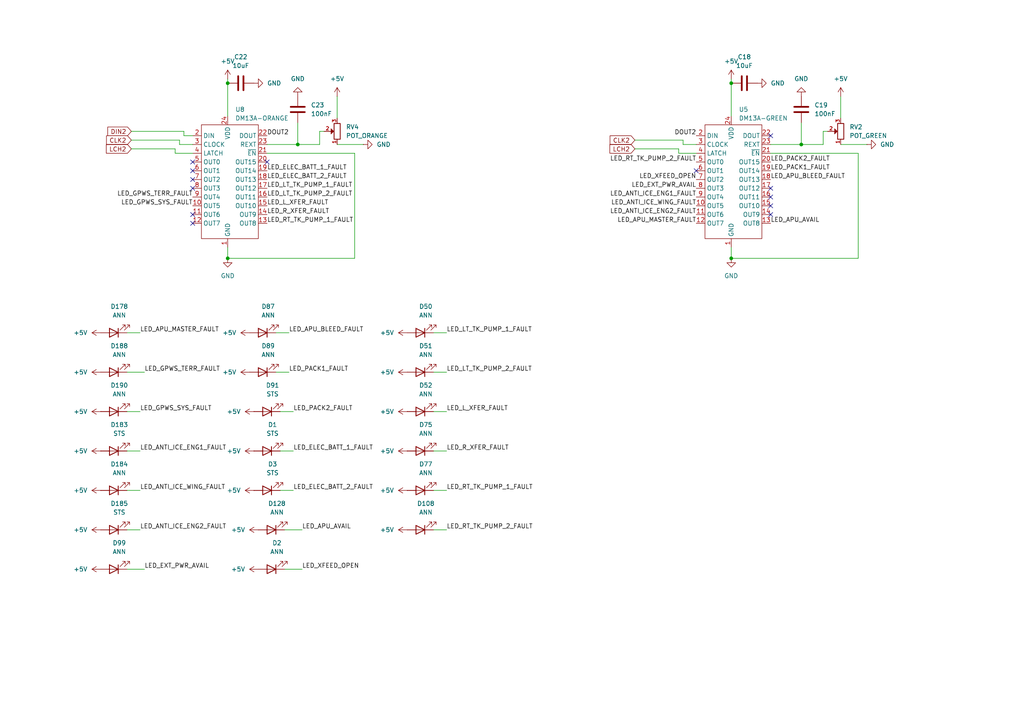
<source format=kicad_sch>
(kicad_sch (version 20231120) (generator "eeschema") (generator_version "8.0")
  (paper "A4")
  (lib_symbols
    (symbol "Custom_Symbols:DM13A"
      (property "Reference" "U" (at -7.62 15.875 0))
      (property "Value" "DM13A" (at 6.35 -19.685 0))
      (symbol "DM13A_0_0"
        (pin power_in line (at 0 -20.955 90) (length 2.54) (name "GND") (number "1"))
        (pin output line (at -10.16 -8.89 0) (length 2.54) (name "OUT5") (number "10"))
        (pin output line (at -10.16 -11.43 0) (length 2.54) (name "OUT6") (number "11"))
        (pin output line (at -10.16 -13.97 0) (length 2.54) (name "OUT7") (number "12"))
        (pin output line (at 11.43 -13.97 180) (length 2.54) (name "OUT8") (number "13"))
        (pin output line (at 11.43 -11.43 180) (length 2.54) (name "OUT9") (number "14"))
        (pin output line (at 11.43 -8.89 180) (length 2.54) (name "OUT10") (number "15"))
        (pin output line (at 11.43 -6.35 180) (length 2.54) (name "OUT11") (number "16"))
        (pin output line (at 11.43 -3.81 180) (length 2.54) (name "OUT12") (number "17"))
        (pin output line (at 11.43 -1.27 180) (length 2.54) (name "OUT13") (number "18"))
        (pin output line (at 11.43 1.27 180) (length 2.54) (name "OUT14") (number "19"))
        (pin input line (at -10.16 11.43 0) (length 2.54) (name "DIN") (number "2"))
        (pin output line (at 11.43 3.81 180) (length 2.54) (name "OUT15") (number "20"))
        (pin input line (at 11.43 6.35 180) (length 2.54) (name "~{EN}") (number "21"))
        (pin output line (at 11.43 11.43 180) (length 2.54) (name "DOUT") (number "22"))
        (pin input line (at 11.43 8.89 180) (length 2.54) (name "REXT") (number "23"))
        (pin power_in line (at 0 17.145 270) (length 2.54) (name "VDD") (number "24"))
        (pin input line (at -10.16 8.89 0) (length 2.54) (name "CLOCK") (number "3"))
        (pin input line (at -10.16 6.35 0) (length 2.54) (name "LATCH") (number "4"))
        (pin output line (at -10.16 3.81 0) (length 2.54) (name "OUT0") (number "5"))
        (pin output line (at -10.16 1.27 0) (length 2.54) (name "OUT1") (number "6"))
        (pin output line (at -10.16 -1.27 0) (length 2.54) (name "OUT2") (number "7"))
        (pin output line (at -10.16 -3.81 0) (length 2.54) (name "OUT3") (number "8"))
        (pin output line (at -10.16 -6.35 0) (length 2.54) (name "OUT4") (number "9"))
      )
      (symbol "DM13A_0_1"
        (rectangle (start -7.62 14.605) (end 8.89 -18.415))
      )
    )
    (symbol "Device:C" (pin_numbers hide) (pin_names (offset 0.254))
      (property "Reference" "C" (at 0.635 2.54 0))
      (property "Value" "C" (at 0.635 -2.54 0))
      (symbol "C_0_1"
        (polyline (pts (xy -2.032 -0.762) (xy 2.032 -0.762)) (stroke (width 0.508)))
        (polyline (pts (xy -2.032 0.762) (xy 2.032 0.762)) (stroke (width 0.508)))
      )
      (symbol "C_1_1"
        (pin passive line (at 0 3.81 270) (length 2.794) (name "~") (number "1"))
        (pin passive line (at 0 -3.81 90) (length 2.794) (name "~") (number "2"))
      )
    )
    (symbol "Device:LED" (pin_numbers hide) (pin_names (offset 1.016) hide)
      (property "Reference" "D" (at 0 2.54 0))
      (property "Value" "LED" (at 0 -2.54 0))
      (symbol "LED_0_1"
        (polyline (pts (xy -1.27 -1.27) (xy -1.27 1.27)) (stroke (width 0.254)))
        (polyline (pts (xy -1.27 0) (xy 1.27 0)))
        (polyline (pts (xy 1.27 -1.27) (xy 1.27 1.27) (xy -1.27 0) (xy 1.27 -1.27)) (stroke (width 0.254)))
        (polyline (pts (xy -3.048 -0.762) (xy -4.572 -2.286) (xy -3.81 -2.286) (xy -4.572 -2.286) (xy -4.572 -1.524)))
        (polyline (pts (xy -1.778 -0.762) (xy -3.302 -2.286) (xy -2.54 -2.286) (xy -3.302 -2.286) (xy -3.302 -1.524)))
      )
      (symbol "LED_1_1"
        (pin passive line (at -3.81 0 0) (length 2.54) (name "K") (number "1"))
        (pin passive line (at 3.81 0 180) (length 2.54) (name "A") (number "2"))
      )
    )
    (symbol "PCM_SL_Devices:potentiometer_3362P"
      (property "Reference" "RV" (at 0 -2.286 0))
      (property "Value" "potentiometer_3362P" (at 0 -3.81 0))
      (symbol "potentiometer_3362P_0_1"
        (rectangle (start -2.286 0.889) (end 2.286 -0.889) (stroke (width 0.24)))
        (polyline (pts (xy 0 1.016) (xy 0.762 1.778) (xy -0.762 1.778) (xy 0 1.016)) (fill (type outline)))
      )
      (symbol "potentiometer_3362P_1_1"
        (pin passive line (at -3.81 0 0) (length 1.5) (name "~") (number "1"))
        (pin passive line (at 0 3.81 270) (length 2) (name "~") (number "2"))
        (pin passive line (at 3.81 0 180) (length 1.5) (name "~") (number "3"))
      )
    )
    (symbol "power:+5V" (power) (pin_numbers hide) (pin_names (offset 0) hide)
      (property "Value" "+5V" (at 0 3.556 0))
      (symbol "+5V_0_1"
        (polyline (pts (xy -0.762 1.27) (xy 0 2.54)))
        (polyline (pts (xy 0 0) (xy 0 2.54)))
        (polyline (pts (xy 0 2.54) (xy 0.762 1.27)))
      )
      (symbol "+5V_1_1"
        (pin power_in line (at 0 0 90) (length 0) (name "~") (number "1"))
      )
    )
    (symbol "power:GND" (power) (pin_numbers hide) (pin_names (offset 0) hide)
      (property "Value" "GND" (at 0 -3.81 0))
      (symbol "GND_0_1"
        (polyline (pts (xy 0 0) (xy 0 -1.27) (xy 1.27 -1.27) (xy 0 -2.54) (xy -1.27 -1.27) (xy 0 -1.27)))
      )
      (symbol "GND_1_1"
        (pin power_in line (at 0 0 270) (length 0) (name "~") (number "1"))
      )
    )
  )
  (junction (at 212.09 74.93))
  (junction (at 232.41 41.91))
  (junction (at 212.09 24.13))
  (junction (at 86.36 41.91))
  (junction (at 66.04 74.93))
  (junction (at 66.04 24.13))
  (no_connect (at 55.88 64.77))
  (no_connect (at 223.52 62.23))
  (no_connect (at 55.88 46.99))
  (no_connect (at 223.52 39.37))
  (no_connect (at 55.88 49.53))
  (no_connect (at 223.52 54.61))
  (no_connect (at 55.88 52.07))
  (no_connect (at 77.47 46.99))
  (no_connect (at 201.93 49.53))
  (no_connect (at 55.88 54.61))
  (no_connect (at 223.52 59.69))
  (no_connect (at 223.52 57.15))
  (no_connect (at 55.88 62.23))
  (wire (pts (xy 212.09 24.13) (xy 212.09 33.655)))
  (wire (pts (xy 92.71 41.91) (xy 92.71 38.1)))
  (wire (pts (xy 102.87 74.93) (xy 66.04 74.93)))
  (wire (pts (xy 251.46 41.91) (xy 243.84 41.91)))
  (wire (pts (xy 52.07 41.91) (xy 55.88 41.91)))
  (wire (pts (xy 198.12 41.91) (xy 201.93 41.91)))
  (wire (pts (xy 66.04 71.755) (xy 66.04 74.93)))
  (wire (pts (xy 238.76 41.91) (xy 238.76 38.1)))
  (wire (pts (xy 38.1 38.1) (xy 53.34 38.1)))
  (wire (pts (xy 102.87 44.45) (xy 102.87 74.93)))
  (wire (pts (xy 198.12 40.64) (xy 198.12 41.91)))
  (wire (pts (xy 97.79 27.94) (xy 97.79 34.29)))
  (wire (pts (xy 238.76 38.1) (xy 240.03 38.1)))
  (wire (pts (xy 50.8 44.45) (xy 55.88 44.45)))
  (wire (pts (xy 85.09 142.24) (xy 81.28 142.24)))
  (wire (pts (xy 40.64 153.67) (xy 36.83 153.67)))
  (wire (pts (xy 232.41 35.56) (xy 232.41 41.91)))
  (wire (pts (xy 87.63 153.67) (xy 82.55 153.67)))
  (wire (pts (xy 41.91 165.1) (xy 36.83 165.1)))
  (wire (pts (xy 129.54 153.67) (xy 125.73 153.67)))
  (wire (pts (xy 129.54 96.52) (xy 125.73 96.52)))
  (wire (pts (xy 66.04 24.13) (xy 66.04 33.655)))
  (wire (pts (xy 129.54 130.81) (xy 125.73 130.81)))
  (wire (pts (xy 105.41 41.91) (xy 97.79 41.91)))
  (wire (pts (xy 248.92 44.45) (xy 223.52 44.45)))
  (wire (pts (xy 243.84 27.94) (xy 243.84 34.29)))
  (wire (pts (xy 129.54 119.38) (xy 125.73 119.38)))
  (wire (pts (xy 50.8 43.18) (xy 50.8 44.45)))
  (wire (pts (xy 196.85 43.18) (xy 196.85 44.45)))
  (wire (pts (xy 212.09 22.86) (xy 212.09 24.13)))
  (wire (pts (xy 40.64 142.24) (xy 36.83 142.24)))
  (wire (pts (xy 38.1 40.64) (xy 52.07 40.64)))
  (wire (pts (xy 248.92 74.93) (xy 212.09 74.93)))
  (wire (pts (xy 87.63 165.1) (xy 82.55 165.1)))
  (wire (pts (xy 86.36 35.56) (xy 86.36 41.91)))
  (wire (pts (xy 102.87 44.45) (xy 77.47 44.45)))
  (wire (pts (xy 184.15 40.64) (xy 198.12 40.64)))
  (wire (pts (xy 66.04 22.86) (xy 66.04 24.13)))
  (wire (pts (xy 86.36 41.91) (xy 77.47 41.91)))
  (wire (pts (xy 248.92 44.45) (xy 248.92 74.93)))
  (wire (pts (xy 83.82 107.95) (xy 80.01 107.95)))
  (wire (pts (xy 212.09 71.755) (xy 212.09 74.93)))
  (wire (pts (xy 184.15 43.18) (xy 196.85 43.18)))
  (wire (pts (xy 85.09 130.81) (xy 81.28 130.81)))
  (wire (pts (xy 52.07 40.64) (xy 52.07 41.91)))
  (wire (pts (xy 85.09 119.38) (xy 81.28 119.38)))
  (wire (pts (xy 83.82 96.52) (xy 80.01 96.52)))
  (wire (pts (xy 40.64 119.38) (xy 36.83 119.38)))
  (wire (pts (xy 238.76 41.91) (xy 232.41 41.91)))
  (wire (pts (xy 38.1 43.18) (xy 50.8 43.18)))
  (wire (pts (xy 41.91 107.95) (xy 36.83 107.95)))
  (wire (pts (xy 53.34 38.1) (xy 53.34 39.37)))
  (wire (pts (xy 53.34 39.37) (xy 55.88 39.37)))
  (wire (pts (xy 92.71 38.1) (xy 93.98 38.1)))
  (wire (pts (xy 129.54 107.95) (xy 125.73 107.95)))
  (wire (pts (xy 232.41 41.91) (xy 223.52 41.91)))
  (wire (pts (xy 129.54 142.24) (xy 125.73 142.24)))
  (wire (pts (xy 92.71 41.91) (xy 86.36 41.91)))
  (wire (pts (xy 40.64 96.52) (xy 36.83 96.52)))
  (wire (pts (xy 196.85 44.45) (xy 201.93 44.45)))
  (wire (pts (xy 40.64 130.81) (xy 36.83 130.81)))
  (label "LED_RT_TK_PUMP_2_FAULT" (at 129.54 153.67 0))
  (label "LED_ELEC_BATT_1_FAULT" (at 77.47 49.53 0))
  (label "LED_RT_TK_PUMP_2_FAULT" (at 201.93 46.99 180))
  (label "LED_ANTI_ICE_ENG1_FAULT" (at 201.93 57.15 180))
  (label "LED_EXT_PWR_AVAIL" (at 201.93 54.61 180))
  (label "LED_EXT_PWR_AVAIL" (at 41.91 165.1 0))
  (label "LED_R_XFER_FAULT" (at 77.47 62.23 0))
  (label "LED_ANTI_ICE_ENG2_FAULT" (at 201.93 62.23 180))
  (label "LED_PACK2_FAULT" (at 85.09 119.38 0))
  (label "LED_APU_BLEED_FAULT" (at 223.52 52.07 0))
  (label "LED_GPWS_SYS_FAULT" (at 55.88 59.69 180))
  (label "LED_L_XFER_FAULT" (at 129.54 119.38 0))
  (label "DOUT2" (at 201.93 39.37 180))
  (label "LED_L_XFER_FAULT" (at 77.47 59.69 0))
  (label "LED_RT_TK_PUMP_1_FAULT" (at 77.47 64.77 0))
  (label "LED_ANTI_ICE_WING_FAULT" (at 201.93 59.69 180))
  (label "LED_ANTI_ICE_ENG2_FAULT" (at 40.64 153.67 0))
  (label "LED_XFEED_OPEN" (at 87.63 165.1 0))
  (label "LED_GPWS_SYS_FAULT" (at 40.64 119.38 0))
  (label "LED_LT_TK_PUMP_1_FAULT" (at 77.47 54.61 0))
  (label "LED_LT_TK_PUMP_2_FAULT" (at 77.47 57.15 0))
  (label "DOUT2" (at 77.47 39.37 0))
  (label "LED_GPWS_TERR_FAULT" (at 55.88 57.15 180))
  (label "LED_APU_AVAIL" (at 87.63 153.67 0))
  (label "LED_APU_BLEED_FAULT" (at 83.82 96.52 0))
  (label "LED_PACK2_FAULT" (at 223.52 46.99 0))
  (label "LED_R_XFER_FAULT" (at 129.54 130.81 0))
  (label "LED_ELEC_BATT_1_FAULT" (at 85.09 130.81 0))
  (label "LED_GPWS_TERR_FAULT" (at 41.91 107.95 0))
  (label "LED_APU_MASTER_FAULT" (at 201.93 64.77 180))
  (label "LED_ANTI_ICE_ENG1_FAULT" (at 40.64 130.81 0))
  (label "LED_RT_TK_PUMP_1_FAULT" (at 129.54 142.24 0))
  (label "LED_ELEC_BATT_2_FAULT" (at 77.47 52.07 0))
  (label "LED_PACK1_FAULT" (at 223.52 49.53 0))
  (label "LED_ELEC_BATT_2_FAULT" (at 85.09 142.24 0))
  (label "LED_PACK1_FAULT" (at 83.82 107.95 0))
  (label "LED_APU_MASTER_FAULT" (at 40.64 96.52 0))
  (label "LED_LT_TK_PUMP_1_FAULT" (at 129.54 96.52 0))
  (label "LED_ANTI_ICE_WING_FAULT" (at 40.64 142.24 0))
  (label "LED_APU_AVAIL" (at 223.52 64.77 0))
  (label "LED_LT_TK_PUMP_2_FAULT" (at 129.54 107.95 0))
  (label "LED_XFEED_OPEN" (at 201.93 52.07 180))
  (global_label "LCH2" (shape input) (at 38.1 43.18 180) (property "Intersheetrefs" "${INTERSHEET_REFS}" (effects (hide yes))))
  (global_label "CLK2" (shape input) (at 184.15 40.64 180) (property "Intersheetrefs" "${INTERSHEET_REFS}" (effects (hide yes))))
  (global_label "CLK2" (shape input) (at 38.1 40.64 180) (property "Intersheetrefs" "${INTERSHEET_REFS}" (effects (hide yes))))
  (global_label "DIN2" (shape input) (at 38.1 38.1 180) (property "Intersheetrefs" "${INTERSHEET_REFS}" (effects (hide yes))))
  (global_label "LCH2" (shape input) (at 184.15 43.18 180) (property "Intersheetrefs" "${INTERSHEET_REFS}" (effects (hide yes))))
  (symbol (lib_id "Device:LED") (at 121.92 96.52 180) (unit 1)
    (property "Reference" "D50" (at 123.5075 88.9 0))
    (property "Value" "ANN" (at 123.5075 91.44 0))
    (property "Footprint" "LED_THT:LED_Rectangular_W3.9mm_H1.8mm_FlatTop" (effects (hide yes)))
    (property "Description" "Light emitting diode" (effects (hide yes)))
  )
  (symbol (lib_id "power:+5V") (at 118.11 153.67 90) (unit 1)
    (property "Reference" "#PWR0136" (effects (hide yes)))
    (property "Value" "+5V" (at 114.3 153.6699 90) (effects (justify left)))
    (property "Description" "Power symbol creates a global label with name \"+5V\"" (effects (hide yes)))
  )
  (symbol (lib_id "Custom_Symbols:DM13A") (at 212.09 50.8 0) (unit 1)
    (property "Reference" "U5" (at 214.2841 31.75 0) (effects (justify left)))
    (property "Value" "DM13A-GREEN" (at 214.2841 34.29 0) (effects (justify left)))
    (property "Footprint" "Package_SO:SOP-24_7.5x15.4mm_P1.27mm" (effects (hide yes)))
    (property "Description" "15-bit constant current LED driver" (effects (hide yes)))
  )
  (symbol (lib_id "PCM_SL_Devices:potentiometer_3362P") (at 97.79 38.1 90) (unit 1)
    (property "Reference" "RV4" (at 100.33 36.8299 90) (effects (justify right)))
    (property "Value" "POT_ORANGE" (at 100.33 39.3699 90) (effects (justify right)))
    (property "Footprint" "PCM_SL_Footprints:potentiometer_3362P" (effects (hide yes)))
    (property "Datasheet" "https://www.bourns.com/data/global/pdfs/3362.pdf" (effects (hide yes)))
    (property "Description" "potentiometer_3362P" (effects (hide yes)))
  )
  (symbol (lib_id "Device:LED") (at 33.02 130.81 180) (unit 1)
    (property "Reference" "D183" (at 34.6075 123.19 0))
    (property "Value" "STS" (at 34.6075 125.73 0))
    (property "Footprint" "LED_THT:LED_Rectangular_W3.9mm_H1.8mm_FlatTop" (effects (hide yes)))
    (property "Description" "Light emitting diode" (effects (hide yes)))
  )
  (symbol (lib_id "power:+5V") (at 212.09 22.86 0) (unit 1)
    (property "Reference" "#PWR0182" (effects (hide yes)))
    (property "Value" "+5V" (at 212.09 17.78 0))
    (property "Description" "Power symbol creates a global label with name \"+5V\"" (effects (hide yes)))
  )
  (symbol (lib_id "power:+5V") (at 29.21 142.24 90) (unit 1)
    (property "Reference" "#PWR0264" (effects (hide yes)))
    (property "Value" "+5V" (at 25.4 142.2399 90) (effects (justify left)))
    (property "Description" "Power symbol creates a global label with name \"+5V\"" (effects (hide yes)))
  )
  (symbol (lib_id "power:+5V") (at 118.11 96.52 90) (unit 1)
    (property "Reference" "#PWR066" (effects (hide yes)))
    (property "Value" "+5V" (at 114.3 96.5199 90) (effects (justify left)))
    (property "Description" "Power symbol creates a global label with name \"+5V\"" (effects (hide yes)))
  )
  (symbol (lib_id "power:+5V") (at 73.66 130.81 90) (unit 1)
    (property "Reference" "#PWR02" (effects (hide yes)))
    (property "Value" "+5V" (at 69.85 130.8099 90) (effects (justify left)))
    (property "Description" "Power symbol creates a global label with name \"+5V\"" (effects (hide yes)))
  )
  (symbol (lib_id "power:+5V") (at 73.66 119.38 90) (unit 1)
    (property "Reference" "#PWR0118" (effects (hide yes)))
    (property "Value" "+5V" (at 69.85 119.3799 90) (effects (justify left)))
    (property "Description" "Power symbol creates a global label with name \"+5V\"" (effects (hide yes)))
  )
  (symbol (lib_id "Device:LED") (at 121.92 107.95 180) (unit 1)
    (property "Reference" "D51" (at 123.5075 100.33 0))
    (property "Value" "ANN" (at 123.5075 102.87 0))
    (property "Footprint" "LED_THT:LED_Rectangular_W3.9mm_H1.8mm_FlatTop" (effects (hide yes)))
    (property "Description" "Light emitting diode" (effects (hide yes)))
  )
  (symbol (lib_id "Device:C") (at 215.9 24.13 90) (unit 1)
    (property "Reference" "C18" (at 215.9 16.51 90))
    (property "Value" "10uF" (at 215.9 19.05 90))
    (property "Footprint" "Capacitor_SMD:C_1206_3216Metric_Pad1.33x1.80mm_HandSolder" (effects (hide yes)))
    (property "Description" "Unpolarized capacitor" (effects (hide yes)))
  )
  (symbol (lib_id "power:+5V") (at 74.93 153.67 90) (unit 1)
    (property "Reference" "#PWR0216" (effects (hide yes)))
    (property "Value" "+5V" (at 71.12 153.6699 90) (effects (justify left)))
    (property "Description" "Power symbol creates a global label with name \"+5V\"" (effects (hide yes)))
  )
  (symbol (lib_id "power:GND") (at 212.09 74.93 0) (unit 1)
    (property "Reference" "#PWR0223" (effects (hide yes)))
    (property "Value" "GND" (at 212.09 80.01 0))
    (property "Description" "Power symbol creates a global label with name \"GND\" , ground" (effects (hide yes)))
  )
  (symbol (lib_id "Device:LED") (at 121.92 130.81 180) (unit 1)
    (property "Reference" "D75" (at 123.5075 123.19 0))
    (property "Value" "ANN" (at 123.5075 125.73 0))
    (property "Footprint" "LED_THT:LED_Rectangular_W3.9mm_H1.8mm_FlatTop" (effects (hide yes)))
    (property "Description" "Light emitting diode" (effects (hide yes)))
  )
  (symbol (lib_id "Device:C") (at 232.41 31.75 0) (unit 1)
    (property "Reference" "C19" (at 236.22 30.4799 0) (effects (justify left)))
    (property "Value" "100nF" (at 236.22 33.0199 0) (effects (justify left)))
    (property "Footprint" "Capacitor_SMD:C_1206_3216Metric_Pad1.33x1.80mm_HandSolder" (effects (hide yes)))
    (property "Description" "Unpolarized capacitor" (effects (hide yes)))
  )
  (symbol (lib_id "PCM_SL_Devices:potentiometer_3362P") (at 243.84 38.1 90) (unit 1)
    (property "Reference" "RV2" (at 246.38 36.8299 90) (effects (justify right)))
    (property "Value" "POT_GREEN" (at 246.38 39.3699 90) (effects (justify right)))
    (property "Footprint" "PCM_SL_Footprints:potentiometer_3362P" (effects (hide yes)))
    (property "Datasheet" "https://www.bourns.com/data/global/pdfs/3362.pdf" (effects (hide yes)))
    (property "Description" "potentiometer_3362P" (effects (hide yes)))
  )
  (symbol (lib_id "Device:LED") (at 33.02 96.52 180) (unit 1)
    (property "Reference" "D178" (at 34.6075 88.9 0))
    (property "Value" "ANN" (at 34.6075 91.44 0))
    (property "Footprint" "LED_THT:LED_Rectangular_W3.9mm_H1.8mm_FlatTop" (effects (hide yes)))
    (property "Description" "Light emitting diode" (effects (hide yes)))
  )
  (symbol (lib_id "power:+5V") (at 29.21 130.81 90) (unit 1)
    (property "Reference" "#PWR0263" (effects (hide yes)))
    (property "Value" "+5V" (at 25.4 130.8099 90) (effects (justify left)))
    (property "Description" "Power symbol creates a global label with name \"+5V\"" (effects (hide yes)))
  )
  (symbol (lib_id "power:GND") (at 73.66 24.13 90) (unit 1)
    (property "Reference" "#PWR0276" (effects (hide yes)))
    (property "Value" "GND" (at 77.47 24.1299 90) (effects (justify right)))
    (property "Description" "Power symbol creates a global label with name \"GND\" , ground" (effects (hide yes)))
  )
  (symbol (lib_id "power:+5V") (at 118.11 107.95 90) (unit 1)
    (property "Reference" "#PWR068" (effects (hide yes)))
    (property "Value" "+5V" (at 114.3 107.9499 90) (effects (justify left)))
    (property "Description" "Power symbol creates a global label with name \"+5V\"" (effects (hide yes)))
  )
  (symbol (lib_id "Device:LED") (at 76.2 96.52 180) (unit 1)
    (property "Reference" "D87" (at 77.7875 88.9 0))
    (property "Value" "ANN" (at 77.7875 91.44 0))
    (property "Footprint" "LED_THT:LED_Rectangular_W3.9mm_H1.8mm_FlatTop" (effects (hide yes)))
    (property "Description" "Light emitting diode" (effects (hide yes)))
  )
  (symbol (lib_id "power:GND") (at 232.41 27.94 180) (unit 1)
    (property "Reference" "#PWR0228" (effects (hide yes)))
    (property "Value" "GND" (at 232.41 22.86 0))
    (property "Description" "Power symbol creates a global label with name \"GND\" , ground" (effects (hide yes)))
  )
  (symbol (lib_id "Device:LED") (at 121.92 119.38 180) (unit 1)
    (property "Reference" "D52" (at 123.5075 111.76 0))
    (property "Value" "ANN" (at 123.5075 114.3 0))
    (property "Footprint" "LED_THT:LED_Rectangular_W3.9mm_H1.8mm_FlatTop" (effects (hide yes)))
    (property "Description" "Light emitting diode" (effects (hide yes)))
  )
  (symbol (lib_id "power:+5V") (at 29.21 153.67 90) (unit 1)
    (property "Reference" "#PWR0265" (effects (hide yes)))
    (property "Value" "+5V" (at 25.4 153.6699 90) (effects (justify left)))
    (property "Description" "Power symbol creates a global label with name \"+5V\"" (effects (hide yes)))
  )
  (symbol (lib_id "power:+5V") (at 66.04 22.86 0) (unit 1)
    (property "Reference" "#PWR0267" (effects (hide yes)))
    (property "Value" "+5V" (at 66.04 17.78 0))
    (property "Description" "Power symbol creates a global label with name \"+5V\"" (effects (hide yes)))
  )
  (symbol (lib_id "Device:LED") (at 77.47 130.81 180) (unit 1)
    (property "Reference" "D1" (at 79.0575 123.19 0))
    (property "Value" "STS" (at 79.0575 125.73 0))
    (property "Footprint" "LED_THT:LED_Rectangular_W3.9mm_H1.8mm_FlatTop" (effects (hide yes)))
    (property "Description" "Light emitting diode" (effects (hide yes)))
  )
  (symbol (lib_id "Device:LED") (at 78.74 165.1 180) (unit 1)
    (property "Reference" "D2" (at 80.3275 157.48 0))
    (property "Value" "ANN" (at 80.3275 160.02 0))
    (property "Footprint" "LED_THT:LED_Rectangular_W3.9mm_H1.8mm_FlatTop" (effects (hide yes)))
    (property "Description" "Light emitting diode" (effects (hide yes)))
  )
  (symbol (lib_id "power:+5V") (at 72.39 96.52 90) (unit 1)
    (property "Reference" "#PWR0114" (effects (hide yes)))
    (property "Value" "+5V" (at 68.58 96.5199 90) (effects (justify left)))
    (property "Description" "Power symbol creates a global label with name \"+5V\"" (effects (hide yes)))
  )
  (symbol (lib_id "power:+5V") (at 72.39 107.95 90) (unit 1)
    (property "Reference" "#PWR0116" (effects (hide yes)))
    (property "Value" "+5V" (at 68.58 107.9499 90) (effects (justify left)))
    (property "Description" "Power symbol creates a global label with name \"+5V\"" (effects (hide yes)))
  )
  (symbol (lib_id "Device:LED") (at 77.47 142.24 180) (unit 1)
    (property "Reference" "D3" (at 79.0575 134.62 0))
    (property "Value" "STS" (at 79.0575 137.16 0))
    (property "Footprint" "LED_THT:LED_Rectangular_W3.9mm_H1.8mm_FlatTop" (effects (hide yes)))
    (property "Description" "Light emitting diode" (effects (hide yes)))
  )
  (symbol (lib_id "power:+5V") (at 243.84 27.94 0) (unit 1)
    (property "Reference" "#PWR0232" (effects (hide yes)))
    (property "Value" "+5V" (at 243.84 22.86 0))
    (property "Description" "Power symbol creates a global label with name \"+5V\"" (effects (hide yes)))
  )
  (symbol (lib_id "power:+5V") (at 29.21 119.38 90) (unit 1)
    (property "Reference" "#PWR0272" (effects (hide yes)))
    (property "Value" "+5V" (at 25.4 119.3799 90) (effects (justify left)))
    (property "Description" "Power symbol creates a global label with name \"+5V\"" (effects (hide yes)))
  )
  (symbol (lib_id "power:+5V") (at 29.21 107.95 90) (unit 1)
    (property "Reference" "#PWR0270" (effects (hide yes)))
    (property "Value" "+5V" (at 25.4 107.9499 90) (effects (justify left)))
    (property "Description" "Power symbol creates a global label with name \"+5V\"" (effects (hide yes)))
  )
  (symbol (lib_id "Device:LED") (at 77.47 119.38 180) (unit 1)
    (property "Reference" "D91" (at 79.0575 111.76 0))
    (property "Value" "STS" (at 79.0575 114.3 0))
    (property "Footprint" "LED_THT:LED_Rectangular_W3.9mm_H1.8mm_FlatTop" (effects (hide yes)))
    (property "Description" "Light emitting diode" (effects (hide yes)))
  )
  (symbol (lib_id "Device:LED") (at 76.2 107.95 180) (unit 1)
    (property "Reference" "D89" (at 77.7875 100.33 0))
    (property "Value" "ANN" (at 77.7875 102.87 0))
    (property "Footprint" "LED_THT:LED_Rectangular_W3.9mm_H1.8mm_FlatTop" (effects (hide yes)))
    (property "Description" "Light emitting diode" (effects (hide yes)))
  )
  (symbol (lib_id "Device:LED") (at 33.02 119.38 180) (unit 1)
    (property "Reference" "D190" (at 34.6075 111.76 0))
    (property "Value" "ANN" (at 34.6075 114.3 0))
    (property "Footprint" "LED_THT:LED_Rectangular_W3.9mm_H1.8mm_FlatTop" (effects (hide yes)))
    (property "Description" "Light emitting diode" (effects (hide yes)))
  )
  (symbol (lib_id "Device:LED") (at 33.02 165.1 180) (unit 1)
    (property "Reference" "D99" (at 34.6075 157.48 0))
    (property "Value" "ANN" (at 34.6075 160.02 0))
    (property "Footprint" "LED_THT:LED_Rectangular_W3.9mm_H1.8mm_FlatTop" (effects (hide yes)))
    (property "Description" "Light emitting diode" (effects (hide yes)))
  )
  (symbol (lib_id "Device:C") (at 69.85 24.13 90) (unit 1)
    (property "Reference" "C22" (at 69.85 16.51 90))
    (property "Value" "10uF" (at 69.85 19.05 90))
    (property "Footprint" "Capacitor_SMD:C_1206_3216Metric_Pad1.33x1.80mm_HandSolder" (effects (hide yes)))
    (property "Description" "Unpolarized capacitor" (effects (hide yes)))
  )
  (symbol (lib_id "power:+5V") (at 29.21 96.52 90) (unit 1)
    (property "Reference" "#PWR0258" (effects (hide yes)))
    (property "Value" "+5V" (at 25.4 96.5199 90) (effects (justify left)))
    (property "Description" "Power symbol creates a global label with name \"+5V\"" (effects (hide yes)))
  )
  (symbol (lib_id "power:GND") (at 219.71 24.13 90) (unit 1)
    (property "Reference" "#PWR0224" (effects (hide yes)))
    (property "Value" "GND" (at 223.52 24.1299 90) (effects (justify right)))
    (property "Description" "Power symbol creates a global label with name \"GND\" , ground" (effects (hide yes)))
  )
  (symbol (lib_id "power:+5V") (at 118.11 119.38 90) (unit 1)
    (property "Reference" "#PWR069" (effects (hide yes)))
    (property "Value" "+5V" (at 114.3 119.3799 90) (effects (justify left)))
    (property "Description" "Power symbol creates a global label with name \"+5V\"" (effects (hide yes)))
  )
  (symbol (lib_id "power:+5V") (at 118.11 130.81 90) (unit 1)
    (property "Reference" "#PWR098" (effects (hide yes)))
    (property "Value" "+5V" (at 114.3 130.8099 90) (effects (justify left)))
    (property "Description" "Power symbol creates a global label with name \"+5V\"" (effects (hide yes)))
  )
  (symbol (lib_id "power:+5V") (at 74.93 165.1 90) (unit 1)
    (property "Reference" "#PWR03" (effects (hide yes)))
    (property "Value" "+5V" (at 71.12 165.0999 90) (effects (justify left)))
    (property "Description" "Power symbol creates a global label with name \"+5V\"" (effects (hide yes)))
  )
  (symbol (lib_id "Device:LED") (at 33.02 153.67 180) (unit 1)
    (property "Reference" "D185" (at 34.6075 146.05 0))
    (property "Value" "STS" (at 34.6075 148.59 0))
    (property "Footprint" "LED_THT:LED_Rectangular_W3.9mm_H1.8mm_FlatTop" (effects (hide yes)))
    (property "Description" "Light emitting diode" (effects (hide yes)))
  )
  (symbol (lib_id "power:+5V") (at 73.66 142.24 90) (unit 1)
    (property "Reference" "#PWR05" (effects (hide yes)))
    (property "Value" "+5V" (at 69.85 142.2399 90) (effects (justify left)))
    (property "Description" "Power symbol creates a global label with name \"+5V\"" (effects (hide yes)))
  )
  (symbol (lib_id "Custom_Symbols:DM13A") (at 66.04 50.8 0) (unit 1)
    (property "Reference" "U8" (at 68.2341 31.75 0) (effects (justify left)))
    (property "Value" "DM13A-ORANGE" (at 68.2341 34.29 0) (effects (justify left)))
    (property "Footprint" "Package_SO:SOP-24_7.5x15.4mm_P1.27mm" (effects (hide yes)))
    (property "Description" "15-bit constant current LED driver" (effects (hide yes)))
  )
  (symbol (lib_id "power:+5V") (at 29.21 165.1 90) (unit 1)
    (property "Reference" "#PWR0126" (effects (hide yes)))
    (property "Value" "+5V" (at 25.4 165.0999 90) (effects (justify left)))
    (property "Description" "Power symbol creates a global label with name \"+5V\"" (effects (hide yes)))
  )
  (symbol (lib_id "Device:LED") (at 33.02 142.24 180) (unit 1)
    (property "Reference" "D184" (at 34.6075 134.62 0))
    (property "Value" "ANN" (at 34.6075 137.16 0))
    (property "Footprint" "LED_THT:LED_Rectangular_W3.9mm_H1.8mm_FlatTop" (effects (hide yes)))
    (property "Description" "Light emitting diode" (effects (hide yes)))
  )
  (symbol (lib_id "Device:LED") (at 33.02 107.95 180) (unit 1)
    (property "Reference" "D188" (at 34.6075 100.33 0))
    (property "Value" "ANN" (at 34.6075 102.87 0))
    (property "Footprint" "LED_THT:LED_Rectangular_W3.9mm_H1.8mm_FlatTop" (effects (hide yes)))
    (property "Description" "Light emitting diode" (effects (hide yes)))
  )
  (symbol (lib_id "Device:LED") (at 78.74 153.67 180) (unit 1)
    (property "Reference" "D128" (at 80.3275 146.05 0))
    (property "Value" "ANN" (at 80.3275 148.59 0))
    (property "Footprint" "LED_THT:LED_Rectangular_W3.9mm_H1.8mm_FlatTop" (effects (hide yes)))
    (property "Description" "Light emitting diode" (effects (hide yes)))
  )
  (symbol (lib_id "power:GND") (at 66.04 74.93 0) (unit 1)
    (property "Reference" "#PWR0268" (effects (hide yes)))
    (property "Value" "GND" (at 66.04 80.01 0))
    (property "Description" "Power symbol creates a global label with name \"GND\" , ground" (effects (hide yes)))
  )
  (symbol (lib_id "power:+5V") (at 97.79 27.94 0) (unit 1)
    (property "Reference" "#PWR0278" (effects (hide yes)))
    (property "Value" "+5V" (at 97.79 22.86 0))
    (property "Description" "Power symbol creates a global label with name \"+5V\"" (effects (hide yes)))
  )
  (symbol (lib_id "power:+5V") (at 118.11 142.24 90) (unit 1)
    (property "Reference" "#PWR0100" (effects (hide yes)))
    (property "Value" "+5V" (at 114.3 142.2399 90) (effects (justify left)))
    (property "Description" "Power symbol creates a global label with name \"+5V\"" (effects (hide yes)))
  )
  (symbol (lib_id "power:GND") (at 86.36 27.94 180) (unit 1)
    (property "Reference" "#PWR0277" (effects (hide yes)))
    (property "Value" "GND" (at 86.36 22.86 0))
    (property "Description" "Power symbol creates a global label with name \"GND\" , ground" (effects (hide yes)))
  )
  (symbol (lib_id "power:GND") (at 251.46 41.91 90) (unit 1)
    (property "Reference" "#PWR0233" (effects (hide yes)))
    (property "Value" "GND" (at 255.27 41.9099 90) (effects (justify right)))
    (property "Description" "Power symbol creates a global label with name \"GND\" , ground" (effects (hide yes)))
  )
  (symbol (lib_id "Device:LED") (at 121.92 153.67 180) (unit 1)
    (property "Reference" "D108" (at 123.5075 146.05 0))
    (property "Value" "ANN" (at 123.5075 148.59 0))
    (property "Footprint" "LED_THT:LED_Rectangular_W3.9mm_H1.8mm_FlatTop" (effects (hide yes)))
    (property "Description" "Light emitting diode" (effects (hide yes)))
  )
  (symbol (lib_id "power:GND") (at 105.41 41.91 90) (unit 1)
    (property "Reference" "#PWR0279" (effects (hide yes)))
    (property "Value" "GND" (at 109.22 41.9099 90) (effects (justify right)))
    (property "Description" "Power symbol creates a global label with name \"GND\" , ground" (effects (hide yes)))
  )
  (symbol (lib_id "Device:LED") (at 121.92 142.24 180) (unit 1)
    (property "Reference" "D77" (at 123.5075 134.62 0))
    (property "Value" "ANN" (at 123.5075 137.16 0))
    (property "Footprint" "LED_THT:LED_Rectangular_W3.9mm_H1.8mm_FlatTop" (effects (hide yes)))
    (property "Description" "Light emitting diode" (effects (hide yes)))
  )
  (symbol (lib_id "Device:C") (at 86.36 31.75 0) (unit 1)
    (property "Reference" "C23" (at 90.17 30.4799 0) (effects (justify left)))
    (property "Value" "100nF" (at 90.17 33.0199 0) (effects (justify left)))
    (property "Footprint" "Capacitor_SMD:C_1206_3216Metric_Pad1.33x1.80mm_HandSolder" (effects (hide yes)))
    (property "Description" "Unpolarized capacitor" (effects (hide yes)))
  )
)
</source>
